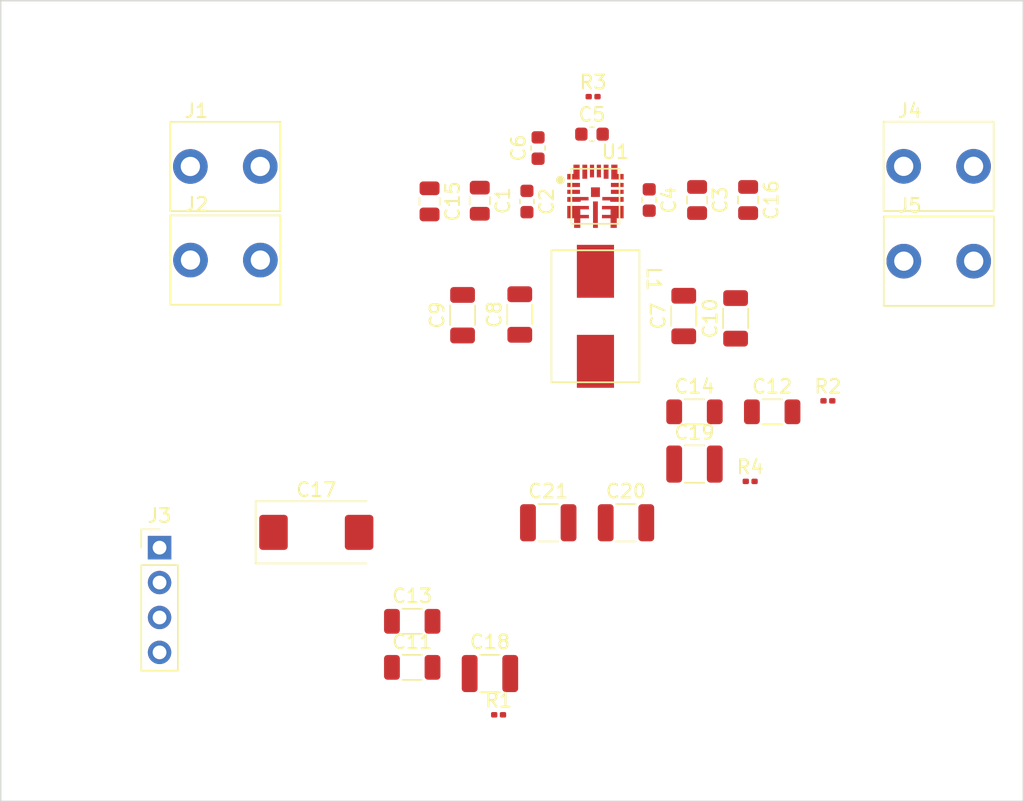
<source format=kicad_pcb>
(kicad_pcb (version 20211014) (generator pcbnew)
  (layers (0 "F.Cu" signal) (31 "B.Cu" signal) (34 "B.Paste" user) (35 "F.Paste" user) (36 "B.SilkS" user "B.Silkscreen") (37 "F.SilkS" user "F.Silkscreen") (38 "B.Mask" user) (39 "F.Mask" user) (44 "Edge.Cuts" user))
  (net 0 "")
  (net 1 "/VIN")
  (net 2 "GND")
  (net 3 "Net-(U1-Pad2)")
  (net 4 "Net-(U1-Pad6)")
  (net 5 "/VOUT")
  (net 6 "Net-(R1-Pad1)")
  (net 7 "Net-(U1-Pad17)")
  (net 8 "Net-(U1-Pad16)")
  (net 9 "Net-(U1-Pad15)")
  (net 10 "Net-(R4-Pad2)")
  (footprint "low_voltage_reg:63862-1" (layer "F.Cu") (at 104.62 91.11)
    (fp_text reference "J1" (at -2.1 -4.05 unlocked) (layer "F.SilkS"))
    (fp_text value "Conn_01x01")
    (fp_line (start -4 -3.25) (end 4 -3.25) (layer "F.SilkS") (width 0.12))
    (fp_line (start 4 -3.25) (end 4 3.25) (layer "F.SilkS") (width 0.12))
    (fp_line (start 4 3.25) (end -4 3.25) (layer "F.SilkS") (width 0.12))
    (fp_line (start -4 3.25) (end -4 -3.25) (layer "F.SilkS") (width 0.12))
    (pad "1" thru_hole circle (at 2.54 0) (size 2.52 2.52) (drill 1.4) (layers *.Cu *.Mask) (net 2 "GND"))
    (pad "1" thru_hole circle (at -2.54 0) (size 2.52 2.52) (drill 1.4) (layers *.Cu *.Mask) (net 2 "GND"))
  )
  (footprint "Capacitor_SMD:C_0603_1608Metric" (layer "F.Cu") (at 126.55 93.66 -90)
    (fp_text reference "C2" (at 0 -1.43 90) (layer "F.SilkS"))
    (fp_text value "1uF")
    (fp_line (start -0.14058 -0.51) (end 0.14058 -0.51) (layer "F.SilkS") (width 0.12))
    (fp_line (start -0.14058 0.51) (end 0.14058 0.51) (layer "F.SilkS") (width 0.12))
    (pad "1" smd roundrect (at -0.775 0 270) (size 0.9 0.95) (layers "F.Cu" "F.Paste" "F.Mask") (net 1 "/VIN"))
    (pad "2" smd roundrect (at 0.775 0 270) (size 0.9 0.95) (layers "F.Cu" "F.Paste" "F.Mask") (net 2 "GND"))
  )
  (footprint "Capacitor_SMD:C_1210_3225Metric" (layer "F.Cu") (at 138.73 112.76)
    (fp_text reference "C19" (at 0 -2.3) (layer "F.SilkS"))
    (fp_text value "47uF")
    (fp_line (start -0.711252 -1.36) (end 0.711252 -1.36) (layer "F.SilkS") (width 0.12))
    (fp_line (start -0.711252 1.36) (end 0.711252 1.36) (layer "F.SilkS") (width 0.12))
    (pad "1" smd roundrect locked (at -1.475 0) (size 1.15 2.7) (layers "F.Cu" "F.Paste" "F.Mask") (roundrect_rratio 0.217391) (net 1 "/VIN"))
    (pad "2" smd roundrect locked (at 1.475 0) (size 1.15 2.7) (layers "F.Cu" "F.Paste" "F.Mask") (roundrect_rratio 0.217391) (net 2 "GND"))
  )
  (footprint "Capacitor_SMD:C_0805_2012Metric" (layer "F.Cu") (at 119.47 93.65 -90)
    (fp_text reference "C15" (at 0 -1.68 90) (layer "F.SilkS"))
    (fp_text value "10uF")
    (fp_line (start -0.261252 -0.735) (end 0.261252 -0.735) (layer "F.SilkS") (width 0.12))
    (fp_line (start -0.261252 0.735) (end 0.261252 0.735) (layer "F.SilkS") (width 0.12))
    (pad "1" smd roundrect locked (at -0.95 0 270) (size 1 1.45) (layers "F.Cu" "F.Paste" "F.Mask") (net 1 "/VIN"))
    (pad "2" smd roundrect locked (at 0.95 0 270) (size 1 1.45) (layers "F.Cu" "F.Paste" "F.Mask") (net 2 "GND"))
  )
  (footprint "Resistor_SMD:R_0201_0603Metric" (layer "F.Cu") (at 142.78 114.02)
    (fp_text reference "R4" (at 0 -1.05) (layer "F.SilkS"))
    (fp_text value "10K")
    (pad "1" smd roundrect locked (at -0.32 0) (size 0.46 0.4) (layers "F.Cu" "F.Mask") (net 1 "/VIN"))
    (pad "2" smd roundrect locked (at 0.32 0) (size 0.46 0.4) (layers "F.Cu" "F.Mask") (net 10 "Net-(R4-Pad2)"))
  )
  (footprint "Connector_PinHeader_2.54mm:PinHeader_1x04_P2.54mm_Vertical" (layer "F.Cu") (at 99.84 118.84)
    (fp_text reference "J3" (at 0 -2.33) (layer "F.SilkS"))
    (fp_text value "Conn_01x04")
    (fp_line (start -1.33 1.27) (end 1.33 1.27) (layer "F.SilkS") (width 0.12))
    (fp_line (start -1.33 1.27) (end -1.33 8.95) (layer "F.SilkS") (width 0.12))
    (fp_line (start -1.33 -1.33) (end 0 -1.33) (layer "F.SilkS") (width 0.12))
    (fp_line (start -1.33 0) (end -1.33 -1.33) (layer "F.SilkS") (width 0.12))
    (fp_line (start 1.33 1.27) (end 1.33 8.95) (layer "F.SilkS") (width 0.12))
    (fp_line (start -1.33 8.95) (end 1.33 8.95) (layer "F.SilkS") (width 0.12))
    (pad "1" thru_hole rect locked (at 0 0) (size 1.7 1.7) (drill 1) (layers *.Cu *.Mask) (net 2 "GND"))
    (pad "2" thru_hole oval locked (at 0 2.54) (size 1.7 1.7) (drill 1) (layers *.Cu *.Mask) (net 8 "Net-(U1-Pad16)"))
    (pad "3" thru_hole oval locked (at 0 5.08) (size 1.7 1.7) (drill 1) (layers *.Cu *.Mask) (net 7 "Net-(U1-Pad17)"))
    (pad "4" thru_hole oval locked (at 0 7.62) (size 1.7 1.7) (drill 1) (layers *.Cu *.Mask) (net 6 "Net-(R1-Pad1)"))
  )
  (footprint "Capacitor_SMD:C_1206_3216Metric" (layer "F.Cu") (at 144.38 108.96)
    (fp_text reference "C12" (at 0 -1.85) (layer "F.SilkS"))
    (fp_text value "47uF")
    (fp_line (start -0.711252 0.91) (end 0.711252 0.91) (layer "F.SilkS") (width 0.12))
    (fp_line (start -0.711252 -0.91) (end 0.711252 -0.91) (layer "F.SilkS") (width 0.12))
    (pad "1" smd roundrect locked (at -1.475 0) (size 1.15 1.8) (layers "F.Cu" "F.Paste" "F.Mask") (roundrect_rratio 0.217391) (net 5 "/VOUT"))
    (pad "2" smd roundrect locked (at 1.475 0) (size 1.15 1.8) (layers "F.Cu" "F.Paste" "F.Mask") (roundrect_rratio 0.217391) (net 2 "GND"))
  )
  (footprint "Capacitor_SMD:C_1206_3216Metric" (layer "F.Cu") (at 126.03 101.88 90)
    (fp_text reference "C8" (at 0 -1.85 90) (layer "F.SilkS"))
    (fp_text value "47uF")
    (fp_line (start -0.711252 -0.91) (end 0.711252 -0.91) (layer "F.SilkS") (width 0.12))
    (fp_line (start -0.711252 0.91) (end 0.711252 0.91) (layer "F.SilkS") (width 0.12))
    (pad "1" smd roundrect locked (at -1.475 0 90) (size 1.15 1.8) (layers "F.Cu" "F.Paste" "F.Mask") (roundrect_rratio 0.217391) (net 5 "/VOUT"))
    (pad "2" smd roundrect locked (at 1.475 0 90) (size 1.15 1.8) (layers "F.Cu" "F.Paste" "F.Mask") (roundrect_rratio 0.217391) (net 2 "GND"))
  )
  (footprint "Capacitor_SMD:C_0805_2012Metric" (layer "F.Cu") (at 123.12 93.6 -90)
    (fp_text reference "C1" (at 0 -1.68 90) (layer "F.SilkS"))
    (fp_text value "10uF")
    (fp_line (start -0.261252 0.735) (end 0.261252 0.735) (layer "F.SilkS") (width 0.12))
    (fp_line (start -0.261252 -0.735) (end 0.261252 -0.735) (layer "F.SilkS") (width 0.12))
    (pad "1" smd roundrect locked (at -0.95 0 270) (size 1 1.45) (layers "F.Cu" "F.Paste" "F.Mask") (net 1 "/VIN"))
    (pad "2" smd roundrect locked (at 0.95 0 270) (size 1 1.45) (layers "F.Cu" "F.Paste" "F.Mask") (net 2 "GND"))
  )
  (footprint "Capacitor_SMD:C_1210_3225Metric" (layer "F.Cu") (at 123.86 128)
    (fp_text reference "C18" (at 0 -2.3) (layer "F.SilkS"))
    (fp_text value "47uF")
    (fp_line (start -0.711252 -1.36) (end 0.711252 -1.36) (layer "F.SilkS") (width 0.12))
    (fp_line (start -0.711252 1.36) (end 0.711252 1.36) (layer "F.SilkS") (width 0.12))
    (pad "1" smd roundrect locked (at -1.475 0) (size 1.15 2.7) (layers "F.Cu" "F.Paste" "F.Mask") (roundrect_rratio 0.217391) (net 1 "/VIN"))
    (pad "2" smd roundrect locked (at 1.475 0) (size 1.15 2.7) (layers "F.Cu" "F.Paste" "F.Mask") (roundrect_rratio 0.217391) (net 2 "GND"))
  )
  (footprint "Capacitor_SMD:C_1206_3216Metric" (layer "F.Cu") (at 138.73 108.96)
    (fp_text reference "C14" (at 0 -1.85) (layer "F.SilkS"))
    (fp_text value "47uF")
    (fp_line (start -0.711252 0.91) (end 0.711252 0.91) (layer "F.SilkS") (width 0.12))
    (fp_line (start -0.711252 -0.91) (end 0.711252 -0.91) (layer "F.SilkS") (width 0.12))
    (pad "1" smd roundrect locked (at -1.475 0) (size 1.15 1.8) (layers "F.Cu" "F.Paste" "F.Mask") (roundrect_rratio 0.217391) (net 5 "/VOUT"))
    (pad "2" smd roundrect locked (at 1.475 0) (size 1.15 1.8) (layers "F.Cu" "F.Paste" "F.Mask") (roundrect_rratio 0.217391) (net 2 "GND"))
  )
  (footprint "Capacitor_Tantalum_SMD:CP_EIA-7343-43_Kemet-X" (layer "F.Cu") (at 111.235 117.73)
    (fp_text reference "C17" (at 0 -3.1) (layer "F.SilkS"))
    (fp_text value "470uF")
    (fp_line (start 3.65 -2.26) (end -4.41 -2.26) (layer "F.SilkS") (width 0.12))
    (fp_line (start -4.41 -2.26) (end -4.41 2.26) (layer "F.SilkS") (width 0.12))
    (fp_line (start -4.41 2.26) (end 3.65 2.26) (layer "F.SilkS") (width 0.12))
    (pad "1" smd roundrect locked (at -3.1125 0) (size 2.075 2.55) (layers "F.Cu" "F.Paste" "F.Mask") (roundrect_rratio 0.120482) (net 1 "/VIN"))
    (pad "2" smd roundrect locked (at 3.1125 0) (size 2.075 2.55) (layers "F.Cu" "F.Paste" "F.Mask") (roundrect_rratio 0.120482) (net 2 "GND"))
  )
  (footprint "low_voltage_reg:63862-1" (layer "F.Cu") (at 104.63 97.92)
    (fp_text reference "J2" (at -2.1 -4.05 unlocked) (layer "F.SilkS"))
    (fp_text value "Conn_01x01")
    (fp_line (start -4 3.25) (end -4 -3.25) (layer "F.SilkS") (width 0.12))
    (fp_line (start 4 3.25) (end -4 3.25) (layer "F.SilkS") (width 0.12))
    (fp_line (start -4 -3.25) (end 4 -3.25) (layer "F.SilkS") (width 0.12))
    (fp_line (start 4 -3.25) (end 4 3.25) (layer "F.SilkS") (width 0.12))
    (pad "1" thru_hole circle (at 2.54 0) (size 2.52 2.52) (drill 1.4) (layers *.Cu *.Mask) (net 1 "/VIN"))
    (pad "1" thru_hole circle (at -2.54 0) (size 2.52 2.52) (drill 1.4) (layers *.Cu *.Mask) (net 1 "/VIN"))
  )
  (footprint "Capacitor_SMD:C_0603_1608Metric" (layer "F.Cu") (at 131.28 88.76)
    (fp_text reference "C5" (at 0 -1.43) (layer "F.SilkS"))
    (fp_text value "2.2uF")
    (fp_line (start -0.14058 0.51) (end 0.14058 0.51) (layer "F.SilkS") (width 0.12))
    (fp_line (start -0.14058 -0.51) (end 0.14058 -0.51) (layer "F.SilkS") (width 0.12))
    (pad "1" smd roundrect (at -0.775 0) (size 0.9 0.95) (layers "F.Cu" "F.Paste" "F.Mask") (net 1 "/VIN"))
    (pad "2" smd roundrect (at 0.775 0) (size 0.9 0.95) (layers "F.Cu" "F.Paste" "F.Mask") (net 2 "GND"))
  )
  (footprint "Capacitor_SMD:C_1206_3216Metric" (layer "F.Cu") (at 137.95 101.99 90)
    (fp_text reference "C7" (at 0 -1.85 90) (layer "F.SilkS"))
    (fp_text value "47uF")
    (fp_line (start -0.711252 -0.91) (end 0.711252 -0.91) (layer "F.SilkS") (width 0.12))
    (fp_line (start -0.711252 0.91) (end 0.711252 0.91) (layer "F.SilkS") (width 0.12))
    (pad "1" smd roundrect locked (at -1.475 0 90) (size 1.15 1.8) (layers "F.Cu" "F.Paste" "F.Mask") (roundrect_rratio 0.217391) (net 5 "/VOUT"))
    (pad "2" smd roundrect locked (at 1.475 0 90) (size 1.15 1.8) (layers "F.Cu" "F.Paste" "F.Mask") (roundrect_rratio 0.217391) (net 2 "GND"))
  )
  (footprint "low_voltage_reg:MAX20499" (layer "F.Cu") (at 131.53 93.28)
    (fp_text reference "U1" (at 1.455 -3.23 unlocked) (layer "F.SilkS"))
    (fp_text value "MAX20499")
    (fp_rect (start -1.75 -2) (end 1.75 2) (layer "F.SilkS") (width 0.12) (fill none))
    (fp_circle (center -2.55 -1.185) (end -2.29776 -1.185) (layer "F.SilkS") (width 0.12) (fill solid))
    (pad "1" smd rect (at -1.5875 -0.825 90) (size 0.3 0.925) (layers "F.Cu" "F.Paste" "F.Mask") (net 1 "/VIN"))
    (pad "2" smd rect (at -1.5875 -0.325 90) (size 0.3 0.925) (layers "F.Cu" "F.Paste" "F.Mask") (net 3 "Net-(U1-Pad2)"))
    (pad "3" smd custom (at -2.05 0.05) (size 0 0) (layers "F.Cu" "F.Paste" "F.Mask") (net 1 "/VIN") (options (clearance outline) (anchor rect)) (primitives (gr_poly (pts (xy 1.55 0.25) (xy 0.975 0.25) (xy 0.975 0.35) (xy 0 0.35) (xy 0 0) (xy 1.55 0)) (width 0.001) (fill yes))))
    (pad "4" smd circle (at -1.52 0.995) (size 0.1 0.1) (layers "F.Cu" "F.Paste" "F.Mask") (net 2 "GND"))
    (pad "5" smd custom (at -2.05 0.7) (size 0 0) (layers "F.Cu" "F.Paste" "F.Mask") (net 2 "GND") (options (clearance outline) (anchor rect)) (primitives (gr_poly (pts (xy 1.575 0.25) (xy 0.95 0.25) (xy 0.95 0.65) (xy 1.575 0.65) (xy 1.575 0.9) (xy 0.95 0.9) (xy 0.95 1.6) (xy 0.5 1.6) (xy 0.5 0.9) (xy 0 0.9) (xy 0 0) (xy 1.575 0)) (width 0.0001) (fill yes))))
    (pad "6" smd rect (at 0 1.3375 180) (size 0.35 1.925) (layers "F.Cu" "F.Paste" "F.Mask") (net 4 "Net-(U1-Pad6)"))
    (pad "7" smd custom (at 2.05 0.7) (size 0 0) (layers "F.Cu" "F.Paste" "F.Mask") (net 2 "GND") (options (clearance outline) (anchor rect)) (primitives (gr_poly (pts (xy 0 0.9) (xy -0.5 0.9) (xy -0.5 1.6) (xy -0.95 1.6) (xy -0.95 0.9) (xy -1.575 0.9) (xy -1.575 0.65) (xy -0.95 0.65) (xy -0.95 0.25) (xy -1.575 0.25) (xy -1.575 0) (xy 0 0)) (width 0.0001) (fill yes))))
    (pad "8" smd circle (at 1.465 0.985) (size 0.1 0.1) (layers "F.Cu" "F.Paste" "F.Mask") (net 2 "GND"))
    (pad "9" smd custom (at 2.05 0.05) (size 0 0) (layers "F.Cu" "F.Paste" "F.Mask") (net 1 "/VIN") (options (clearance outline) (anchor rect)) (primitives (gr_poly (pts (xy 0 0.35) (xy -0.975 0.35) (xy -0.975 0.25) (xy -1.55 0.25) (xy -1.55 0) (xy 0 0)) (width 0.001) (fill yes))))
    (pad "10" smd rect (at 1.5875 -0.325 90) (size 0.3 0.925) (layers "F.Cu" "F.Paste" "F.Mask") (net 2 "GND"))
    (pad "11" smd rect (at 1.5875 -0.825 90) (size 0.3 0.925) (layers "F.Cu" "F.Paste" "F.Mask") (net 5 "/VOUT"))
    (pad "12" smd custom (at 1.15 -1.225) (size 0 0) (layers "F.Cu" "F.Paste" "F.Mask") (net 2 "GND") (options (clearance outline) (anchor rect)) (primitives (gr_poly (pts (xy 0.45 -0.4) (xy 0.9 -0.4) (xy 0.9 0) (xy 0 0) (xy 0 -1.075) (xy 0.45 -1.075)) (width 0.001) (fill yes))))
    (pad "13" smd rect (at 0.775 -1.7875) (size 0.35 1.025) (layers "F.Cu" "F.Paste" "F.Mask") (net 10 "Net-(R4-Pad2)"))
    (pad "14" smd rect (at 0.25 -1.8375) (size 0.3 0.925) (layers "F.Cu" "F.Paste" "F.Mask") (net 2 "GND"))
    (pad "15" smd rect (at -0.25 -1.8375) (size 0.3 0.925) (layers "F.Cu" "F.Paste" "F.Mask") (net 9 "Net-(U1-Pad15)"))
    (pad "16" smd rect (at -0.775 -1.7875) (size 0.35 1.025) (layers "F.Cu" "F.Paste" "F.Mask") (net 8 "Net-(U1-Pad16)"))
    (pad "17" smd custom (at -1.15 -1.225) (size 0 0) (layers "F.Cu" "F.Paste" "F.Mask") (net 7 "Net-(U1-Pad17)") (options (clearance outline) (anchor rect)) (primitives (gr_poly (pts (xy 0 0) (xy -0.9 0) (xy -0.9 -0.4) (xy -0.45 -0.4) (xy -0.45 -1.075) (xy 0 -1.075)) (width 0.001) (fill yes))))
    (pad "EP" smd rect (at 0 -0.3 90) (size 0.7 0.65) (layers "F.Cu" "F.Paste" "F.Mask"))
  )
  (footprint "Resistor_SMD:R_0201_0603Metric" (layer "F.Cu") (at 148.43 108.16)
    (fp_text reference "R2" (at 0 -1.05) (layer "F.SilkS"))
    (fp_text value "1K")
    (pad "1" smd roundrect locked (at -0.32 0) (size 0.46 0.4) (layers "F.Cu" "F.Mask") (net 6 "Net-(R1-Pad1)"))
    (pad "2" smd roundrect locked (at 0.32 0) (size 0.46 0.4) (layers "F.Cu" "F.Mask") (net 8 "Net-(U1-Pad16)"))
  )
  (footprint "Capacitor_SMD:C_1206_3216Metric" (layer "F.Cu") (at 121.87 101.93 90)
    (fp_text reference "C9" (at 0 -1.85 90) (layer "F.SilkS"))
    (fp_text value "47uF")
    (fp_line (start -0.711252 -0.91) (end 0.711252 -0.91) (layer "F.SilkS") (width 0.12))
    (fp_line (start -0.711252 0.91) (end 0.711252 0.91) (layer "F.SilkS") (width 0.12))
    (pad "1" smd roundrect locked (at -1.475 0 90) (size 1.15 1.8) (layers "F.Cu" "F.Paste" "F.Mask") (roundrect_rratio 0.217391) (net 5 "/VOUT"))
    (pad "2" smd roundrect locked (at 1.475 0 90) (size 1.15 1.8) (layers "F.Cu" "F.Paste" "F.Mask") (roundrect_rratio 0.217391) (net 2 "GND"))
  )
  (footprint "Resistor_SMD:R_0201_0603Metric" (layer "F.Cu") (at 131.36 86.03)
    (fp_text reference "R3" (at 0 -1.05) (layer "F.SilkS"))
    (fp_text value "2.2")
    (pad "1" smd roundrect locked (at -0.32 0) (size 0.46 0.4) (layers "F.Cu" "F.Mask") (net 1 "/VIN"))
    (pad "2" smd roundrect locked (at 0.32 0) (size 0.46 0.4) (layers "F.Cu" "F.Mask") (net 9 "Net-(U1-Pad15)"))
  )
  (footprint "Capacitor_SMD:C_1210_3225Metric" (layer "F.Cu") (at 128.1 117.03)
    (fp_text reference "C21" (at 0 -2.3) (layer "F.SilkS"))
    (fp_text value "47uF")
    (fp_line (start -0.711252 -1.36) (end 0.711252 -1.36) (layer "F.SilkS") (width 0.12))
    (fp_line (start -0.711252 1.36) (end 0.711252 1.36) (layer "F.SilkS") (width 0.12))
    (pad "1" smd roundrect locked (at -1.475 0) (size 1.15 2.7) (layers "F.Cu" "F.Paste" "F.Mask") (roundrect_rratio 0.217391) (net 1 "/VIN"))
    (pad "2" smd roundrect locked (at 1.475 0) (size 1.15 2.7) (layers "F.Cu" "F.Paste" "F.Mask") (roundrect_rratio 0.217391) (net 2 "GND"))
  )
  (footprint "Capacitor_SMD:C_0805_2012Metric" (layer "F.Cu") (at 142.63 93.55 -90)
    (fp_text reference "C16" (at 0 -1.68 90) (layer "F.SilkS"))
    (fp_text value "10uF")
    (fp_line (start -0.261252 0.735) (end 0.261252 0.735) (layer "F.SilkS") (width 0.12))
    (fp_line (start -0.261252 -0.735) (end 0.261252 -0.735) (layer "F.SilkS") (width 0.12))
    (pad "1" smd roundrect locked (at -0.95 0 270) (size 1 1.45) (layers "F.Cu" "F.Paste" "F.Mask") (net 1 "/VIN"))
    (pad "2" smd roundrect locked (at 0.95 0 270) (size 1 1.45) (layers "F.Cu" "F.Paste" "F.Mask") (net 2 "GND"))
  )
  (footprint "Capacitor_SMD:C_1206_3216Metric" (layer "F.Cu") (at 118.21 124.2)
    (fp_text reference "C13" (at 0 -1.85) (layer "F.SilkS"))
    (fp_text value "47uF")
    (fp_line (start -0.711252 -0.91) (end 0.711252 -0.91) (layer "F.SilkS") (width 0.12))
    (fp_line (start -0.711252 0.91) (end 0.711252 0.91) (layer "F.SilkS") (width 0.12))
    (pad "1" smd roundrect locked (at -1.475 0) (size 1.15 1.8) (layers "F.Cu" "F.Paste" "F.Mask") (roundrect_rratio 0.217391) (net 5 "/VOUT"))
    (pad "2" smd roundrect locked (at 1.475 0) (size 1.15 1.8) (layers "F.Cu" "F.Paste" "F.Mask") (roundrect_rratio 0.217391) (net 2 "GND"))
  )
  (footprint "low_voltage_reg:VLBU9664100LT-R07M" (layer "F.Cu") (at 131.53 102.01 -90)
    (fp_text reference "L1" (at -2.72 -4.245 -90 unlocked) (layer "F.SilkS"))
    (fp_text value "70nH")
    (fp_rect (start -4.8 -3.2) (end 4.8 3.2) (layer "F.SilkS") (width 0.12) (fill none))
    (pad "1" smd rect (at -3.275 0 270) (size 3.85 2.7) (layers "F.Cu" "F.Paste" "F.Mask") (net 4 "Net-(U1-Pad6)"))
    (pad "2" smd rect (at 3.275 0 270) (size 3.85 2.7) (layers "F.Cu" "F.Paste" "F.Mask") (net 5 "/VOUT"))
  )
  (footprint "Capacitor_SMD:C_1206_3216Metric" (layer "F.Cu") (at 141.72 102.16 90)
    (fp_text reference "C10" (at 0 -1.85 90) (layer "F.SilkS"))
    (fp_text value "47uF")
    (fp_line (start -0.711252 0.91) (end 0.711252 0.91) (layer "F.SilkS") (width 0.12))
    (fp_line (start -0.711252 -0.91) (end 0.711252 -0.91) (layer "F.SilkS") (width 0.12))
    (pad "1" smd roundrect locked (at -1.475 0 90) (size 1.15 1.8) (layers "F.Cu" "F.Paste" "F.Mask") (roundrect_rratio 0.217391) (net 5 "/VOUT"))
    (pad "2" smd roundrect locked (at 1.475 0 90) (size 1.15 1.8) (layers "F.Cu" "F.Paste" "F.Mask") (roundrect_rratio 0.217391) (net 2 "GND"))
  )
  (footprint "low_voltage_reg:63862-1" (layer "F.Cu") (at 156.48 91.1)
    (fp_text reference "J4" (at -2.1 -4.05 unlocked) (layer "F.SilkS"))
    (fp_text value "Conn_01x01")
    (fp_line (start -4 -3.25) (end 4 -3.25) (layer "F.SilkS") (width 0.12))
    (fp_line (start 4 3.25) (end -4 3.25) (layer "F.SilkS") (width 0.12))
    (fp_line (start -4 3.25) (end -4 -3.25) (layer "F.SilkS") (width 0.12))
    (fp_line (start 4 -3.25) (end 4 3.25) (layer "F.SilkS") (width 0.12))
    (pad "1" thru_hole circle (at -2.54 0) (size 2.52 2.52) (drill 1.4) (layers *.Cu *.Mask) (net 5 "/VOUT"))
    (pad "1" thru_hole circle (at 2.54 0) (size 2.52 2.52) (drill 1.4) (layers *.Cu *.Mask) (net 5 "/VOUT"))
  )
  (footprint "Capacitor_SMD:C_0603_1608Metric" (layer "F.Cu") (at 135.44 93.55 -90)
    (fp_text reference "C4" (at 0 -1.43 90) (layer "F.SilkS"))
    (fp_text value "1uF")
    (fp_line (start -0.14058 0.51) (end 0.14058 0.51) (layer "F.SilkS") (width 0.12))
    (fp_line (start -0.14058 -0.51) (end 0.14058 -0.51) (layer "F.SilkS") (width 0.12))
    (pad "1" smd roundrect (at -0.775 0 270) (size 0.9 0.95) (layers "F.Cu" "F.Paste" "F.Mask") (net 1 "/VIN"))
    (pad "2" smd roundrect (at 0.775 0 270) (size 0.9 0.95) (layers "F.Cu" "F.Paste" "F.Mask") (net 2 "GND"))
  )
  (footprint "Capacitor_SMD:C_1206_3216Metric" (layer "F.Cu") (at 118.21 127.55)
    (fp_text reference "C11" (at 0 -1.85) (layer "F.SilkS"))
    (fp_text value "47uF")
    (fp_line (start -0.711252 0.91) (end 0.711252 0.91) (layer "F.SilkS") (width 0.12))
    (fp_line (start -0.711252 -0.91) (end 0.711252 -0.91) (layer "F.SilkS") (width 0.12))
    (pad "1" smd roundrect locked (at -1.475 0) (size 1.15 1.8) (layers "F.Cu" "F.Paste" "F.Mask") (roundrect_rratio 0.217391) (net 5 "/VOUT"))
    (pad "2" smd roundrect locked (at 1.475 0) (size 1.15 1.8) (layers "F.Cu" "F.Paste" "F.Mask") (roundrect_rratio 0.217391) (net 2 "GND"))
  )
  (footprint "Capacitor_SMD:C_1210_3225Metric" (layer "F.Cu") (at 133.75 117.03)
    (fp_text reference "C20" (at 0 -2.3) (layer "F.SilkS"))
    (fp_text value "47uF")
    (fp_line (start -0.711252 1.36) (end 0.711252 1.36) (layer "F.SilkS") (width 0.12))
    (fp_line (start -0.711252 -1.36) (end 0.711252 -1.36) (layer "F.SilkS") (width 0.12))
    (pad "1" smd roundrect locked (at -1.475 0) (size 1.15 2.7) (layers "F.Cu" "F.Paste" "F.Mask") (roundrect_rratio 0.217391) (net 1 "/VIN"))
    (pad "2" smd roundrect locked (at 1.475 0) (size 1.15 2.7) (layers "F.Cu" "F.Paste" "F.Mask") (roundrect_rratio 0.217391) (net 2 "GND"))
  )
  (footprint "Capacitor_SMD:C_0603_1608Metric" (layer "F.Cu") (at 127.36 89.77 90)
    (fp_text reference "C6" (at 0 -1.43 90) (layer "F.SilkS"))
    (fp_text value "0.1uF")
    (fp_line (start -0.14058 -0.51) (end 0.14058 -0.51) (layer "F.SilkS") (width 0.12))
    (fp_line (start -0.14058 0.51) (end 0.14058 0.51) (layer "F.SilkS") (width 0.12))
    (pad "1" smd roundrect (at -0.775 0 90) (size 0.9 0.95) (layers "F.Cu" "F.Paste" "F.Mask") (net 3 "Net-(U1-Pad2)"))
    (pad "2" smd roundrect (at 0.775 0 90) (size 0.9 0.95) (layers "F.Cu" "F.Paste" "F.Mask") (net 4 "Net-(U1-Pad6)"))
  )
  (footprint "low_voltage_reg:63862-1" (layer "F.Cu") (at 156.49 98)
    (fp_text reference "J5" (at -2.1 -4.05 unlocked) (layer "F.SilkS"))
    (fp_text value "Conn_01x01")
    (fp_line (start -4 3.25) (end -4 -3.25) (layer "F.SilkS") (width 0.12))
    (fp_line (start -4 -3.25) (end 4 -3.25) (layer "F.SilkS") (width 0.12))
    (fp_line (start 4 3.25) (end -4 3.25) (layer "F.SilkS") (width 0.12))
    (fp_line (start 4 -3.25) (end 4 3.25) (layer "F.SilkS") (width 0.12))
    (pad "1" thru_hole circle (at -2.54 0) (size 2.52 2.52) (drill 1.4) (layers *.Cu *.Mask) (net 2 "GND"))
    (pad "1" thru_hole circle (at 2.54 0) (size 2.52 2.52) (drill 1.4) (layers *.Cu *.Mask) (net 2 "GND"))
  )
  (footprint "Resistor_SMD:R_0201_0603Metric" (layer "F.Cu") (at 124.49 131)
    (fp_text reference "R1" (at 0 -1.05) (layer "F.SilkS"))
    (fp_text value "1K")
    (pad "1" smd roundrect locked (at -0.32 0) (size 0.46 0.4) (layers "F.Cu" "F.Mask") (net 6 "Net-(R1-Pad1)"))
    (pad "2" smd roundrect locked (at 0.32 0) (size 0.46 0.4) (layers "F.Cu" "F.Mask") (net 7 "Net-(U1-Pad17)"))
  )
  (footprint "Capacitor_SMD:C_0805_2012Metric" (layer "F.Cu") (at 138.92 93.55 -90)
    (fp_text reference "C3" (at 0 -1.68 90) (layer "F.SilkS"))
    (fp_text value "10uF")
    (fp_line (start -0.261252 -0.735) (end 0.261252 -0.735) (layer "F.SilkS") (width 0.12))
    (fp_line (start -0.261252 0.735) (end 0.261252 0.735) (layer "F.SilkS") (width 0.12))
    (pad "1" smd roundrect locked (at -0.95 0 270) (size 1 1.45) (layers "F.Cu" "F.Paste" "F.Mask") (net 1 "/VIN"))
    (pad "2" smd roundrect locked (at 0.95 0 270) (size 1 1.45) (layers "F.Cu" "F.Paste" "F.Mask") (net 2 "GND"))
  )
  (gr_rect (start 88.29 79.05) (end 162.64 137.3) (layer "Edge.Cuts") (width 0.1) (fill none))
)
</source>
